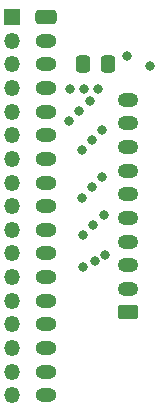
<source format=gbr>
%TF.GenerationSoftware,KiCad,Pcbnew,(6.0.1)*%
%TF.CreationDate,2022-07-27T18:49:27-07:00*%
%TF.ProjectId,mu100-dit-connector-board,6d753130-302d-4646-9974-2d636f6e6e65,rev?*%
%TF.SameCoordinates,PX4a615b8PY2b4db18*%
%TF.FileFunction,Soldermask,Top*%
%TF.FilePolarity,Negative*%
%FSLAX46Y46*%
G04 Gerber Fmt 4.6, Leading zero omitted, Abs format (unit mm)*
G04 Created by KiCad (PCBNEW (6.0.1)) date 2022-07-27 18:49:27*
%MOMM*%
%LPD*%
G01*
G04 APERTURE LIST*
G04 Aperture macros list*
%AMRoundRect*
0 Rectangle with rounded corners*
0 $1 Rounding radius*
0 $2 $3 $4 $5 $6 $7 $8 $9 X,Y pos of 4 corners*
0 Add a 4 corners polygon primitive as box body*
4,1,4,$2,$3,$4,$5,$6,$7,$8,$9,$2,$3,0*
0 Add four circle primitives for the rounded corners*
1,1,$1+$1,$2,$3*
1,1,$1+$1,$4,$5*
1,1,$1+$1,$6,$7*
1,1,$1+$1,$8,$9*
0 Add four rect primitives between the rounded corners*
20,1,$1+$1,$2,$3,$4,$5,0*
20,1,$1+$1,$4,$5,$6,$7,0*
20,1,$1+$1,$6,$7,$8,$9,0*
20,1,$1+$1,$8,$9,$2,$3,0*%
G04 Aperture macros list end*
%ADD10R,1.350000X1.350000*%
%ADD11O,1.350000X1.350000*%
%ADD12RoundRect,0.250000X-0.337500X-0.475000X0.337500X-0.475000X0.337500X0.475000X-0.337500X0.475000X0*%
%ADD13RoundRect,0.250000X0.625000X-0.350000X0.625000X0.350000X-0.625000X0.350000X-0.625000X-0.350000X0*%
%ADD14O,1.750000X1.200000*%
%ADD15RoundRect,0.250000X-0.650000X0.350000X-0.650000X-0.350000X0.650000X-0.350000X0.650000X0.350000X0*%
%ADD16O,1.800000X1.200000*%
%ADD17C,0.800000*%
G04 APERTURE END LIST*
D10*
%TO.C,J1*%
X79988400Y-49242000D03*
D11*
X79988400Y-51242000D03*
X79988400Y-53242000D03*
X79988400Y-55242000D03*
X79988400Y-57242000D03*
X79988400Y-59242000D03*
X79988400Y-61242000D03*
X79988400Y-63242000D03*
X79988400Y-65242000D03*
X79988400Y-67242000D03*
X79988400Y-69242000D03*
X79988400Y-71242000D03*
X79988400Y-73242000D03*
X79988400Y-75242000D03*
X79988400Y-77242000D03*
X79988400Y-79242000D03*
X79988400Y-81242000D03*
%TD*%
D12*
%TO.C,C1*%
X86055900Y-53207000D03*
X88130900Y-53207000D03*
%TD*%
D13*
%TO.C,J3*%
X89798400Y-74232000D03*
D14*
X89798400Y-72232000D03*
X89798400Y-70232000D03*
X89798400Y-68232000D03*
X89798400Y-66232000D03*
X89798400Y-64232000D03*
X89798400Y-62232000D03*
X89798400Y-60232000D03*
X89798400Y-58232000D03*
X89798400Y-56232000D03*
%TD*%
D15*
%TO.C,J2*%
X82848400Y-49242000D03*
D16*
X82848400Y-51242000D03*
X82848400Y-53242000D03*
X82848400Y-55242000D03*
X82848400Y-57242000D03*
X82848400Y-59242000D03*
X82848400Y-61242000D03*
X82848400Y-63242000D03*
X82848400Y-65242000D03*
X82848400Y-67242000D03*
X82848400Y-69242000D03*
X82848400Y-71242000D03*
X82848400Y-73242000D03*
X82848400Y-75242000D03*
X82848400Y-77242000D03*
X82848400Y-79242000D03*
X82848400Y-81242000D03*
%TD*%
D17*
X91693400Y-53407000D03*
X85718400Y-57182000D03*
X87893400Y-69357000D03*
X86788400Y-59632000D03*
X89743400Y-52557000D03*
X86043400Y-67707000D03*
X87663400Y-58757000D03*
X87053400Y-69857000D03*
X86793400Y-63657000D03*
X84943400Y-55307000D03*
X86893400Y-66857000D03*
X86593400Y-56307000D03*
X84868400Y-58032000D03*
X85943400Y-64507000D03*
X86143400Y-55307000D03*
X87768400Y-65982000D03*
X87293400Y-55307000D03*
X86043400Y-70357000D03*
X87668400Y-62782000D03*
X85938400Y-60482000D03*
M02*

</source>
